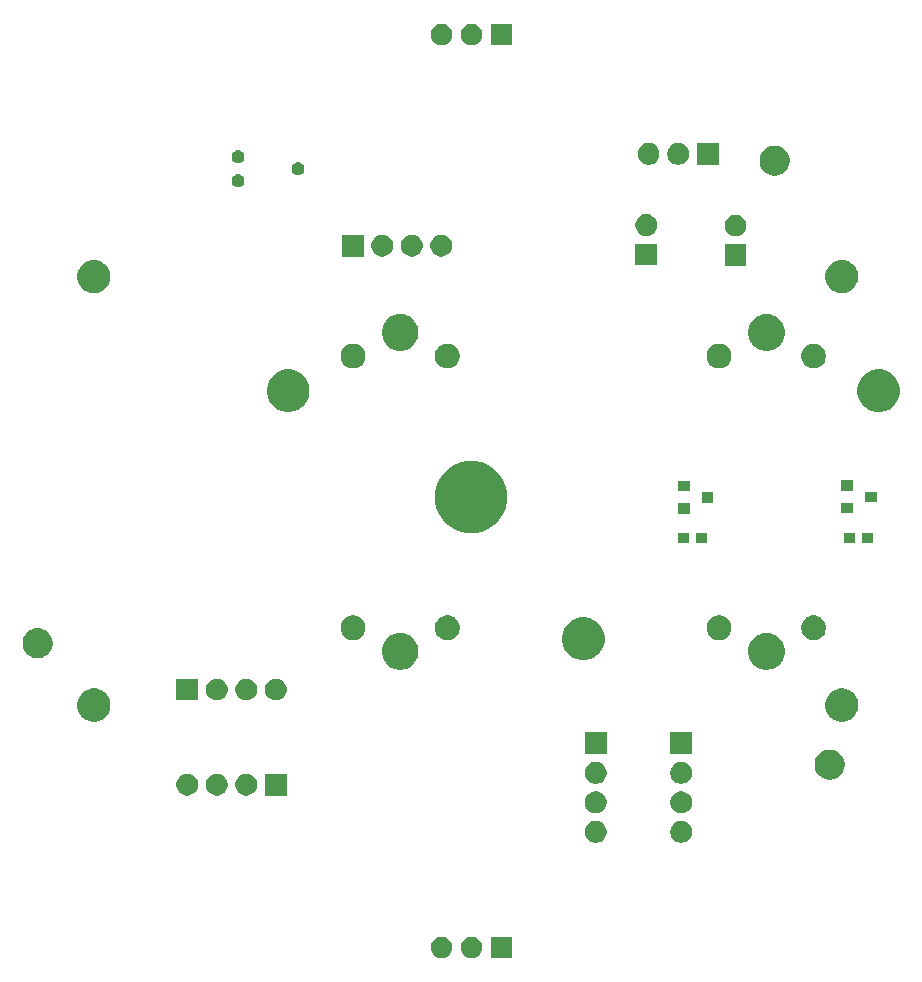
<source format=gbr>
G04 #@! TF.GenerationSoftware,KiCad,Pcbnew,(5.1.5)-3*
G04 #@! TF.CreationDate,2020-06-11T20:41:51+02:00*
G04 #@! TF.ProjectId,StepperClockK02,53746570-7065-4724-936c-6f636b4b3032,v1.0*
G04 #@! TF.SameCoordinates,Original*
G04 #@! TF.FileFunction,Soldermask,Bot*
G04 #@! TF.FilePolarity,Negative*
%FSLAX46Y46*%
G04 Gerber Fmt 4.6, Leading zero omitted, Abs format (unit mm)*
G04 Created by KiCad (PCBNEW (5.1.5)-3) date 2020-06-11 20:41:51*
%MOMM*%
%LPD*%
G04 APERTURE LIST*
%ADD10C,0.100000*%
G04 APERTURE END LIST*
D10*
G36*
X104278800Y-182451740D02*
G01*
X102476800Y-182451740D01*
X102476800Y-180649740D01*
X104278800Y-180649740D01*
X104278800Y-182451740D01*
G37*
G36*
X100951312Y-180654667D02*
G01*
X101100612Y-180684364D01*
X101264584Y-180752284D01*
X101412154Y-180850887D01*
X101537653Y-180976386D01*
X101636256Y-181123956D01*
X101704176Y-181287928D01*
X101738800Y-181461999D01*
X101738800Y-181639481D01*
X101704176Y-181813552D01*
X101636256Y-181977524D01*
X101537653Y-182125094D01*
X101412154Y-182250593D01*
X101264584Y-182349196D01*
X101100612Y-182417116D01*
X100951312Y-182446813D01*
X100926542Y-182451740D01*
X100749058Y-182451740D01*
X100724288Y-182446813D01*
X100574988Y-182417116D01*
X100411016Y-182349196D01*
X100263446Y-182250593D01*
X100137947Y-182125094D01*
X100039344Y-181977524D01*
X99971424Y-181813552D01*
X99936800Y-181639481D01*
X99936800Y-181461999D01*
X99971424Y-181287928D01*
X100039344Y-181123956D01*
X100137947Y-180976386D01*
X100263446Y-180850887D01*
X100411016Y-180752284D01*
X100574988Y-180684364D01*
X100724288Y-180654667D01*
X100749058Y-180649740D01*
X100926542Y-180649740D01*
X100951312Y-180654667D01*
G37*
G36*
X98411312Y-180654667D02*
G01*
X98560612Y-180684364D01*
X98724584Y-180752284D01*
X98872154Y-180850887D01*
X98997653Y-180976386D01*
X99096256Y-181123956D01*
X99164176Y-181287928D01*
X99198800Y-181461999D01*
X99198800Y-181639481D01*
X99164176Y-181813552D01*
X99096256Y-181977524D01*
X98997653Y-182125094D01*
X98872154Y-182250593D01*
X98724584Y-182349196D01*
X98560612Y-182417116D01*
X98411312Y-182446813D01*
X98386542Y-182451740D01*
X98209058Y-182451740D01*
X98184288Y-182446813D01*
X98034988Y-182417116D01*
X97871016Y-182349196D01*
X97723446Y-182250593D01*
X97597947Y-182125094D01*
X97499344Y-181977524D01*
X97431424Y-181813552D01*
X97396800Y-181639481D01*
X97396800Y-181461999D01*
X97431424Y-181287928D01*
X97499344Y-181123956D01*
X97597947Y-180976386D01*
X97723446Y-180850887D01*
X97871016Y-180752284D01*
X98034988Y-180684364D01*
X98184288Y-180654667D01*
X98209058Y-180649740D01*
X98386542Y-180649740D01*
X98411312Y-180654667D01*
G37*
G36*
X111615904Y-170880325D02*
G01*
X111784426Y-170950129D01*
X111936091Y-171051468D01*
X112065072Y-171180449D01*
X112166411Y-171332114D01*
X112236215Y-171500636D01*
X112271800Y-171679537D01*
X112271800Y-171861943D01*
X112236215Y-172040844D01*
X112166411Y-172209366D01*
X112065072Y-172361031D01*
X111936091Y-172490012D01*
X111784426Y-172591351D01*
X111615904Y-172661155D01*
X111437003Y-172696740D01*
X111254597Y-172696740D01*
X111075696Y-172661155D01*
X110907174Y-172591351D01*
X110755509Y-172490012D01*
X110626528Y-172361031D01*
X110525189Y-172209366D01*
X110455385Y-172040844D01*
X110419800Y-171861943D01*
X110419800Y-171679537D01*
X110455385Y-171500636D01*
X110525189Y-171332114D01*
X110626528Y-171180449D01*
X110755509Y-171051468D01*
X110907174Y-170950129D01*
X111075696Y-170880325D01*
X111254597Y-170844740D01*
X111437003Y-170844740D01*
X111615904Y-170880325D01*
G37*
G36*
X118845904Y-170880325D02*
G01*
X119014426Y-170950129D01*
X119166091Y-171051468D01*
X119295072Y-171180449D01*
X119396411Y-171332114D01*
X119466215Y-171500636D01*
X119501800Y-171679537D01*
X119501800Y-171861943D01*
X119466215Y-172040844D01*
X119396411Y-172209366D01*
X119295072Y-172361031D01*
X119166091Y-172490012D01*
X119014426Y-172591351D01*
X118845904Y-172661155D01*
X118667003Y-172696740D01*
X118484597Y-172696740D01*
X118305696Y-172661155D01*
X118137174Y-172591351D01*
X117985509Y-172490012D01*
X117856528Y-172361031D01*
X117755189Y-172209366D01*
X117685385Y-172040844D01*
X117649800Y-171861943D01*
X117649800Y-171679537D01*
X117685385Y-171500636D01*
X117755189Y-171332114D01*
X117856528Y-171180449D01*
X117985509Y-171051468D01*
X118137174Y-170950129D01*
X118305696Y-170880325D01*
X118484597Y-170844740D01*
X118667003Y-170844740D01*
X118845904Y-170880325D01*
G37*
G36*
X118845904Y-168380325D02*
G01*
X119014426Y-168450129D01*
X119166091Y-168551468D01*
X119295072Y-168680449D01*
X119396411Y-168832114D01*
X119466215Y-169000636D01*
X119501800Y-169179537D01*
X119501800Y-169361943D01*
X119466215Y-169540844D01*
X119396411Y-169709366D01*
X119295072Y-169861031D01*
X119166091Y-169990012D01*
X119014426Y-170091351D01*
X118845904Y-170161155D01*
X118667003Y-170196740D01*
X118484597Y-170196740D01*
X118305696Y-170161155D01*
X118137174Y-170091351D01*
X117985509Y-169990012D01*
X117856528Y-169861031D01*
X117755189Y-169709366D01*
X117685385Y-169540844D01*
X117649800Y-169361943D01*
X117649800Y-169179537D01*
X117685385Y-169000636D01*
X117755189Y-168832114D01*
X117856528Y-168680449D01*
X117985509Y-168551468D01*
X118137174Y-168450129D01*
X118305696Y-168380325D01*
X118484597Y-168344740D01*
X118667003Y-168344740D01*
X118845904Y-168380325D01*
G37*
G36*
X111615904Y-168380325D02*
G01*
X111784426Y-168450129D01*
X111936091Y-168551468D01*
X112065072Y-168680449D01*
X112166411Y-168832114D01*
X112236215Y-169000636D01*
X112271800Y-169179537D01*
X112271800Y-169361943D01*
X112236215Y-169540844D01*
X112166411Y-169709366D01*
X112065072Y-169861031D01*
X111936091Y-169990012D01*
X111784426Y-170091351D01*
X111615904Y-170161155D01*
X111437003Y-170196740D01*
X111254597Y-170196740D01*
X111075696Y-170161155D01*
X110907174Y-170091351D01*
X110755509Y-169990012D01*
X110626528Y-169861031D01*
X110525189Y-169709366D01*
X110455385Y-169540844D01*
X110419800Y-169361943D01*
X110419800Y-169179537D01*
X110455385Y-169000636D01*
X110525189Y-168832114D01*
X110626528Y-168680449D01*
X110755509Y-168551468D01*
X110907174Y-168450129D01*
X111075696Y-168380325D01*
X111254597Y-168344740D01*
X111437003Y-168344740D01*
X111615904Y-168380325D01*
G37*
G36*
X82035904Y-166880325D02*
G01*
X82204426Y-166950129D01*
X82356091Y-167051468D01*
X82485072Y-167180449D01*
X82586411Y-167332114D01*
X82656215Y-167500636D01*
X82691800Y-167679537D01*
X82691800Y-167861943D01*
X82656215Y-168040844D01*
X82586411Y-168209366D01*
X82485072Y-168361031D01*
X82356091Y-168490012D01*
X82204426Y-168591351D01*
X82035904Y-168661155D01*
X81857003Y-168696740D01*
X81674597Y-168696740D01*
X81495696Y-168661155D01*
X81327174Y-168591351D01*
X81175509Y-168490012D01*
X81046528Y-168361031D01*
X80945189Y-168209366D01*
X80875385Y-168040844D01*
X80839800Y-167861943D01*
X80839800Y-167679537D01*
X80875385Y-167500636D01*
X80945189Y-167332114D01*
X81046528Y-167180449D01*
X81175509Y-167051468D01*
X81327174Y-166950129D01*
X81495696Y-166880325D01*
X81674597Y-166844740D01*
X81857003Y-166844740D01*
X82035904Y-166880325D01*
G37*
G36*
X79535904Y-166880325D02*
G01*
X79704426Y-166950129D01*
X79856091Y-167051468D01*
X79985072Y-167180449D01*
X80086411Y-167332114D01*
X80156215Y-167500636D01*
X80191800Y-167679537D01*
X80191800Y-167861943D01*
X80156215Y-168040844D01*
X80086411Y-168209366D01*
X79985072Y-168361031D01*
X79856091Y-168490012D01*
X79704426Y-168591351D01*
X79535904Y-168661155D01*
X79357003Y-168696740D01*
X79174597Y-168696740D01*
X78995696Y-168661155D01*
X78827174Y-168591351D01*
X78675509Y-168490012D01*
X78546528Y-168361031D01*
X78445189Y-168209366D01*
X78375385Y-168040844D01*
X78339800Y-167861943D01*
X78339800Y-167679537D01*
X78375385Y-167500636D01*
X78445189Y-167332114D01*
X78546528Y-167180449D01*
X78675509Y-167051468D01*
X78827174Y-166950129D01*
X78995696Y-166880325D01*
X79174597Y-166844740D01*
X79357003Y-166844740D01*
X79535904Y-166880325D01*
G37*
G36*
X77035904Y-166880325D02*
G01*
X77204426Y-166950129D01*
X77356091Y-167051468D01*
X77485072Y-167180449D01*
X77586411Y-167332114D01*
X77656215Y-167500636D01*
X77691800Y-167679537D01*
X77691800Y-167861943D01*
X77656215Y-168040844D01*
X77586411Y-168209366D01*
X77485072Y-168361031D01*
X77356091Y-168490012D01*
X77204426Y-168591351D01*
X77035904Y-168661155D01*
X76857003Y-168696740D01*
X76674597Y-168696740D01*
X76495696Y-168661155D01*
X76327174Y-168591351D01*
X76175509Y-168490012D01*
X76046528Y-168361031D01*
X75945189Y-168209366D01*
X75875385Y-168040844D01*
X75839800Y-167861943D01*
X75839800Y-167679537D01*
X75875385Y-167500636D01*
X75945189Y-167332114D01*
X76046528Y-167180449D01*
X76175509Y-167051468D01*
X76327174Y-166950129D01*
X76495696Y-166880325D01*
X76674597Y-166844740D01*
X76857003Y-166844740D01*
X77035904Y-166880325D01*
G37*
G36*
X85191800Y-168696740D02*
G01*
X83339800Y-168696740D01*
X83339800Y-166844740D01*
X85191800Y-166844740D01*
X85191800Y-168696740D01*
G37*
G36*
X111615904Y-165880325D02*
G01*
X111784426Y-165950129D01*
X111936091Y-166051468D01*
X112065072Y-166180449D01*
X112166411Y-166332114D01*
X112236215Y-166500636D01*
X112271800Y-166679537D01*
X112271800Y-166861943D01*
X112236215Y-167040844D01*
X112166411Y-167209366D01*
X112065072Y-167361031D01*
X111936091Y-167490012D01*
X111784426Y-167591351D01*
X111615904Y-167661155D01*
X111437003Y-167696740D01*
X111254597Y-167696740D01*
X111075696Y-167661155D01*
X110907174Y-167591351D01*
X110755509Y-167490012D01*
X110626528Y-167361031D01*
X110525189Y-167209366D01*
X110455385Y-167040844D01*
X110419800Y-166861943D01*
X110419800Y-166679537D01*
X110455385Y-166500636D01*
X110525189Y-166332114D01*
X110626528Y-166180449D01*
X110755509Y-166051468D01*
X110907174Y-165950129D01*
X111075696Y-165880325D01*
X111254597Y-165844740D01*
X111437003Y-165844740D01*
X111615904Y-165880325D01*
G37*
G36*
X118845904Y-165880325D02*
G01*
X119014426Y-165950129D01*
X119166091Y-166051468D01*
X119295072Y-166180449D01*
X119396411Y-166332114D01*
X119466215Y-166500636D01*
X119501800Y-166679537D01*
X119501800Y-166861943D01*
X119466215Y-167040844D01*
X119396411Y-167209366D01*
X119295072Y-167361031D01*
X119166091Y-167490012D01*
X119014426Y-167591351D01*
X118845904Y-167661155D01*
X118667003Y-167696740D01*
X118484597Y-167696740D01*
X118305696Y-167661155D01*
X118137174Y-167591351D01*
X117985509Y-167490012D01*
X117856528Y-167361031D01*
X117755189Y-167209366D01*
X117685385Y-167040844D01*
X117649800Y-166861943D01*
X117649800Y-166679537D01*
X117685385Y-166500636D01*
X117755189Y-166332114D01*
X117856528Y-166180449D01*
X117985509Y-166051468D01*
X118137174Y-165950129D01*
X118305696Y-165880325D01*
X118484597Y-165844740D01*
X118667003Y-165844740D01*
X118845904Y-165880325D01*
G37*
G36*
X131413565Y-164825143D02*
G01*
X131536245Y-164849545D01*
X131767371Y-164945281D01*
X131975378Y-165084267D01*
X132152273Y-165261162D01*
X132291259Y-165469169D01*
X132386995Y-165700295D01*
X132435800Y-165945656D01*
X132435800Y-166195824D01*
X132386995Y-166441185D01*
X132291259Y-166672311D01*
X132221295Y-166777019D01*
X132176046Y-166844740D01*
X132152273Y-166880318D01*
X131975378Y-167057213D01*
X131767371Y-167196199D01*
X131536245Y-167291935D01*
X131413564Y-167316338D01*
X131290885Y-167340740D01*
X131040715Y-167340740D01*
X130918036Y-167316338D01*
X130795355Y-167291935D01*
X130564229Y-167196199D01*
X130356222Y-167057213D01*
X130179327Y-166880318D01*
X130155555Y-166844740D01*
X130110305Y-166777019D01*
X130040341Y-166672311D01*
X129944605Y-166441185D01*
X129895800Y-166195824D01*
X129895800Y-165945656D01*
X129944605Y-165700295D01*
X130040341Y-165469169D01*
X130179327Y-165261162D01*
X130356222Y-165084267D01*
X130564229Y-164945281D01*
X130795355Y-164849545D01*
X130918035Y-164825143D01*
X131040715Y-164800740D01*
X131290885Y-164800740D01*
X131413565Y-164825143D01*
G37*
G36*
X112271800Y-165196740D02*
G01*
X110419800Y-165196740D01*
X110419800Y-163344740D01*
X112271800Y-163344740D01*
X112271800Y-165196740D01*
G37*
G36*
X119501800Y-165196740D02*
G01*
X117649800Y-165196740D01*
X117649800Y-163344740D01*
X119501800Y-163344740D01*
X119501800Y-165196740D01*
G37*
G36*
X132504233Y-159665633D02*
G01*
X132594457Y-159683579D01*
X132700067Y-159727325D01*
X132849421Y-159789189D01*
X132925563Y-159840065D01*
X133078886Y-159942512D01*
X133274028Y-160137654D01*
X133288535Y-160159366D01*
X133427351Y-160367119D01*
X133457544Y-160440011D01*
X133532961Y-160622083D01*
X133550907Y-160712307D01*
X133586800Y-160892752D01*
X133586800Y-161168728D01*
X133532961Y-161439396D01*
X133427351Y-161694361D01*
X133427350Y-161694362D01*
X133274028Y-161923826D01*
X133078886Y-162118968D01*
X132925563Y-162221415D01*
X132849421Y-162272291D01*
X132700067Y-162334155D01*
X132594457Y-162377901D01*
X132504233Y-162395847D01*
X132323788Y-162431740D01*
X132047812Y-162431740D01*
X131867367Y-162395847D01*
X131777143Y-162377901D01*
X131671533Y-162334155D01*
X131522179Y-162272291D01*
X131446037Y-162221415D01*
X131292714Y-162118968D01*
X131097572Y-161923826D01*
X130944250Y-161694362D01*
X130944249Y-161694361D01*
X130838639Y-161439396D01*
X130784800Y-161168728D01*
X130784800Y-160892752D01*
X130820693Y-160712307D01*
X130838639Y-160622083D01*
X130914056Y-160440011D01*
X130944249Y-160367119D01*
X131083065Y-160159366D01*
X131097572Y-160137654D01*
X131292714Y-159942512D01*
X131446037Y-159840065D01*
X131522179Y-159789189D01*
X131671533Y-159727325D01*
X131777143Y-159683579D01*
X131867367Y-159665633D01*
X132047812Y-159629740D01*
X132323788Y-159629740D01*
X132504233Y-159665633D01*
G37*
G36*
X69184233Y-159665633D02*
G01*
X69274457Y-159683579D01*
X69380067Y-159727325D01*
X69529421Y-159789189D01*
X69605563Y-159840065D01*
X69758886Y-159942512D01*
X69954028Y-160137654D01*
X69968535Y-160159366D01*
X70107351Y-160367119D01*
X70137544Y-160440011D01*
X70212961Y-160622083D01*
X70230907Y-160712307D01*
X70266800Y-160892752D01*
X70266800Y-161168728D01*
X70212961Y-161439396D01*
X70107351Y-161694361D01*
X70107350Y-161694362D01*
X69954028Y-161923826D01*
X69758886Y-162118968D01*
X69605563Y-162221415D01*
X69529421Y-162272291D01*
X69380067Y-162334155D01*
X69274457Y-162377901D01*
X69184233Y-162395847D01*
X69003788Y-162431740D01*
X68727812Y-162431740D01*
X68547367Y-162395847D01*
X68457143Y-162377901D01*
X68351533Y-162334155D01*
X68202179Y-162272291D01*
X68126037Y-162221415D01*
X67972714Y-162118968D01*
X67777572Y-161923826D01*
X67624250Y-161694362D01*
X67624249Y-161694361D01*
X67518639Y-161439396D01*
X67464800Y-161168728D01*
X67464800Y-160892752D01*
X67500693Y-160712307D01*
X67518639Y-160622083D01*
X67594056Y-160440011D01*
X67624249Y-160367119D01*
X67763065Y-160159366D01*
X67777572Y-160137654D01*
X67972714Y-159942512D01*
X68126037Y-159840065D01*
X68202179Y-159789189D01*
X68351533Y-159727325D01*
X68457143Y-159683579D01*
X68547367Y-159665633D01*
X68727812Y-159629740D01*
X69003788Y-159629740D01*
X69184233Y-159665633D01*
G37*
G36*
X84535904Y-158830325D02*
G01*
X84704426Y-158900129D01*
X84856091Y-159001468D01*
X84985072Y-159130449D01*
X85086411Y-159282114D01*
X85156215Y-159450636D01*
X85191800Y-159629537D01*
X85191800Y-159811943D01*
X85156215Y-159990844D01*
X85086411Y-160159366D01*
X84985072Y-160311031D01*
X84856091Y-160440012D01*
X84704426Y-160541351D01*
X84535904Y-160611155D01*
X84357003Y-160646740D01*
X84174597Y-160646740D01*
X83995696Y-160611155D01*
X83827174Y-160541351D01*
X83675509Y-160440012D01*
X83546528Y-160311031D01*
X83445189Y-160159366D01*
X83375385Y-159990844D01*
X83339800Y-159811943D01*
X83339800Y-159629537D01*
X83375385Y-159450636D01*
X83445189Y-159282114D01*
X83546528Y-159130449D01*
X83675509Y-159001468D01*
X83827174Y-158900129D01*
X83995696Y-158830325D01*
X84174597Y-158794740D01*
X84357003Y-158794740D01*
X84535904Y-158830325D01*
G37*
G36*
X77691800Y-160646740D02*
G01*
X75839800Y-160646740D01*
X75839800Y-158794740D01*
X77691800Y-158794740D01*
X77691800Y-160646740D01*
G37*
G36*
X79535904Y-158830325D02*
G01*
X79704426Y-158900129D01*
X79856091Y-159001468D01*
X79985072Y-159130449D01*
X80086411Y-159282114D01*
X80156215Y-159450636D01*
X80191800Y-159629537D01*
X80191800Y-159811943D01*
X80156215Y-159990844D01*
X80086411Y-160159366D01*
X79985072Y-160311031D01*
X79856091Y-160440012D01*
X79704426Y-160541351D01*
X79535904Y-160611155D01*
X79357003Y-160646740D01*
X79174597Y-160646740D01*
X78995696Y-160611155D01*
X78827174Y-160541351D01*
X78675509Y-160440012D01*
X78546528Y-160311031D01*
X78445189Y-160159366D01*
X78375385Y-159990844D01*
X78339800Y-159811943D01*
X78339800Y-159629537D01*
X78375385Y-159450636D01*
X78445189Y-159282114D01*
X78546528Y-159130449D01*
X78675509Y-159001468D01*
X78827174Y-158900129D01*
X78995696Y-158830325D01*
X79174597Y-158794740D01*
X79357003Y-158794740D01*
X79535904Y-158830325D01*
G37*
G36*
X82035904Y-158830325D02*
G01*
X82204426Y-158900129D01*
X82356091Y-159001468D01*
X82485072Y-159130449D01*
X82586411Y-159282114D01*
X82656215Y-159450636D01*
X82691800Y-159629537D01*
X82691800Y-159811943D01*
X82656215Y-159990844D01*
X82586411Y-160159366D01*
X82485072Y-160311031D01*
X82356091Y-160440012D01*
X82204426Y-160541351D01*
X82035904Y-160611155D01*
X81857003Y-160646740D01*
X81674597Y-160646740D01*
X81495696Y-160611155D01*
X81327174Y-160541351D01*
X81175509Y-160440012D01*
X81046528Y-160311031D01*
X80945189Y-160159366D01*
X80875385Y-159990844D01*
X80839800Y-159811943D01*
X80839800Y-159629537D01*
X80875385Y-159450636D01*
X80945189Y-159282114D01*
X81046528Y-159130449D01*
X81175509Y-159001468D01*
X81327174Y-158900129D01*
X81495696Y-158830325D01*
X81674597Y-158794740D01*
X81857003Y-158794740D01*
X82035904Y-158830325D01*
G37*
G36*
X95098385Y-154959542D02*
G01*
X95248210Y-154989344D01*
X95530474Y-155106261D01*
X95784505Y-155275999D01*
X96000541Y-155492035D01*
X96170279Y-155746066D01*
X96287196Y-156028330D01*
X96346800Y-156327980D01*
X96346800Y-156633500D01*
X96287196Y-156933150D01*
X96170279Y-157215414D01*
X96000541Y-157469445D01*
X95784505Y-157685481D01*
X95530474Y-157855219D01*
X95248210Y-157972136D01*
X95098385Y-158001938D01*
X94948561Y-158031740D01*
X94643039Y-158031740D01*
X94493215Y-158001938D01*
X94343390Y-157972136D01*
X94061126Y-157855219D01*
X93807095Y-157685481D01*
X93591059Y-157469445D01*
X93421321Y-157215414D01*
X93304404Y-156933150D01*
X93244800Y-156633500D01*
X93244800Y-156327980D01*
X93304404Y-156028330D01*
X93421321Y-155746066D01*
X93591059Y-155492035D01*
X93807095Y-155275999D01*
X94061126Y-155106261D01*
X94343390Y-154989344D01*
X94493215Y-154959542D01*
X94643039Y-154929740D01*
X94948561Y-154929740D01*
X95098385Y-154959542D01*
G37*
G36*
X126098385Y-154959542D02*
G01*
X126248210Y-154989344D01*
X126530474Y-155106261D01*
X126784505Y-155275999D01*
X127000541Y-155492035D01*
X127170279Y-155746066D01*
X127287196Y-156028330D01*
X127346800Y-156327980D01*
X127346800Y-156633500D01*
X127287196Y-156933150D01*
X127170279Y-157215414D01*
X127000541Y-157469445D01*
X126784505Y-157685481D01*
X126530474Y-157855219D01*
X126248210Y-157972136D01*
X126098385Y-158001938D01*
X125948561Y-158031740D01*
X125643039Y-158031740D01*
X125493215Y-158001938D01*
X125343390Y-157972136D01*
X125061126Y-157855219D01*
X124807095Y-157685481D01*
X124591059Y-157469445D01*
X124421321Y-157215414D01*
X124304404Y-156933150D01*
X124244800Y-156633500D01*
X124244800Y-156327980D01*
X124304404Y-156028330D01*
X124421321Y-155746066D01*
X124591059Y-155492035D01*
X124807095Y-155275999D01*
X125061126Y-155106261D01*
X125343390Y-154989344D01*
X125493215Y-154959542D01*
X125643039Y-154929740D01*
X125948561Y-154929740D01*
X126098385Y-154959542D01*
G37*
G36*
X110831131Y-153688951D02*
G01*
X111158892Y-153824714D01*
X111453870Y-154021812D01*
X111704728Y-154272670D01*
X111901826Y-154567648D01*
X112037589Y-154895409D01*
X112106800Y-155243356D01*
X112106800Y-155598124D01*
X112037589Y-155946071D01*
X111901826Y-156273832D01*
X111704728Y-156568810D01*
X111453870Y-156819668D01*
X111158892Y-157016766D01*
X110831131Y-157152529D01*
X110483184Y-157221740D01*
X110128416Y-157221740D01*
X109780469Y-157152529D01*
X109452708Y-157016766D01*
X109157730Y-156819668D01*
X108906872Y-156568810D01*
X108709774Y-156273832D01*
X108574011Y-155946071D01*
X108504800Y-155598124D01*
X108504800Y-155243356D01*
X108574011Y-154895409D01*
X108709774Y-154567648D01*
X108906872Y-154272670D01*
X109157730Y-154021812D01*
X109452708Y-153824714D01*
X109780469Y-153688951D01*
X110128416Y-153619740D01*
X110483184Y-153619740D01*
X110831131Y-153688951D01*
G37*
G36*
X64343564Y-154545142D02*
G01*
X64466245Y-154569545D01*
X64697371Y-154665281D01*
X64905378Y-154804267D01*
X65082273Y-154981162D01*
X65221259Y-155189169D01*
X65316995Y-155420295D01*
X65365800Y-155665656D01*
X65365800Y-155915824D01*
X65316995Y-156161185D01*
X65221259Y-156392311D01*
X65082273Y-156600318D01*
X64905378Y-156777213D01*
X64697371Y-156916199D01*
X64466245Y-157011935D01*
X64343565Y-157036337D01*
X64220885Y-157060740D01*
X63970715Y-157060740D01*
X63848035Y-157036337D01*
X63725355Y-157011935D01*
X63494229Y-156916199D01*
X63286222Y-156777213D01*
X63109327Y-156600318D01*
X62970341Y-156392311D01*
X62874605Y-156161185D01*
X62825800Y-155915824D01*
X62825800Y-155665656D01*
X62874605Y-155420295D01*
X62970341Y-155189169D01*
X63109327Y-154981162D01*
X63286222Y-154804267D01*
X63494229Y-154665281D01*
X63725355Y-154569545D01*
X63848036Y-154545142D01*
X63970715Y-154520740D01*
X64220885Y-154520740D01*
X64343564Y-154545142D01*
G37*
G36*
X122102364Y-153470129D02*
G01*
X122293633Y-153549355D01*
X122293635Y-153549356D01*
X122398972Y-153619740D01*
X122465773Y-153664375D01*
X122612165Y-153810767D01*
X122727185Y-153982907D01*
X122806411Y-154174176D01*
X122846800Y-154377224D01*
X122846800Y-154584256D01*
X122806411Y-154787304D01*
X122747412Y-154929740D01*
X122727184Y-154978575D01*
X122612165Y-155150713D01*
X122465773Y-155297105D01*
X122293635Y-155412124D01*
X122293634Y-155412125D01*
X122293633Y-155412125D01*
X122102364Y-155491351D01*
X121899316Y-155531740D01*
X121692284Y-155531740D01*
X121489236Y-155491351D01*
X121297967Y-155412125D01*
X121297966Y-155412125D01*
X121297965Y-155412124D01*
X121125827Y-155297105D01*
X120979435Y-155150713D01*
X120864416Y-154978575D01*
X120844188Y-154929740D01*
X120785189Y-154787304D01*
X120744800Y-154584256D01*
X120744800Y-154377224D01*
X120785189Y-154174176D01*
X120864415Y-153982907D01*
X120979435Y-153810767D01*
X121125827Y-153664375D01*
X121192628Y-153619740D01*
X121297965Y-153549356D01*
X121297967Y-153549355D01*
X121489236Y-153470129D01*
X121692284Y-153429740D01*
X121899316Y-153429740D01*
X122102364Y-153470129D01*
G37*
G36*
X130102364Y-153470129D02*
G01*
X130293633Y-153549355D01*
X130293635Y-153549356D01*
X130398972Y-153619740D01*
X130465773Y-153664375D01*
X130612165Y-153810767D01*
X130727185Y-153982907D01*
X130806411Y-154174176D01*
X130846800Y-154377224D01*
X130846800Y-154584256D01*
X130806411Y-154787304D01*
X130747412Y-154929740D01*
X130727184Y-154978575D01*
X130612165Y-155150713D01*
X130465773Y-155297105D01*
X130293635Y-155412124D01*
X130293634Y-155412125D01*
X130293633Y-155412125D01*
X130102364Y-155491351D01*
X129899316Y-155531740D01*
X129692284Y-155531740D01*
X129489236Y-155491351D01*
X129297967Y-155412125D01*
X129297966Y-155412125D01*
X129297965Y-155412124D01*
X129125827Y-155297105D01*
X128979435Y-155150713D01*
X128864416Y-154978575D01*
X128844188Y-154929740D01*
X128785189Y-154787304D01*
X128744800Y-154584256D01*
X128744800Y-154377224D01*
X128785189Y-154174176D01*
X128864415Y-153982907D01*
X128979435Y-153810767D01*
X129125827Y-153664375D01*
X129192628Y-153619740D01*
X129297965Y-153549356D01*
X129297967Y-153549355D01*
X129489236Y-153470129D01*
X129692284Y-153429740D01*
X129899316Y-153429740D01*
X130102364Y-153470129D01*
G37*
G36*
X99102364Y-153470129D02*
G01*
X99293633Y-153549355D01*
X99293635Y-153549356D01*
X99398972Y-153619740D01*
X99465773Y-153664375D01*
X99612165Y-153810767D01*
X99727185Y-153982907D01*
X99806411Y-154174176D01*
X99846800Y-154377224D01*
X99846800Y-154584256D01*
X99806411Y-154787304D01*
X99747412Y-154929740D01*
X99727184Y-154978575D01*
X99612165Y-155150713D01*
X99465773Y-155297105D01*
X99293635Y-155412124D01*
X99293634Y-155412125D01*
X99293633Y-155412125D01*
X99102364Y-155491351D01*
X98899316Y-155531740D01*
X98692284Y-155531740D01*
X98489236Y-155491351D01*
X98297967Y-155412125D01*
X98297966Y-155412125D01*
X98297965Y-155412124D01*
X98125827Y-155297105D01*
X97979435Y-155150713D01*
X97864416Y-154978575D01*
X97844188Y-154929740D01*
X97785189Y-154787304D01*
X97744800Y-154584256D01*
X97744800Y-154377224D01*
X97785189Y-154174176D01*
X97864415Y-153982907D01*
X97979435Y-153810767D01*
X98125827Y-153664375D01*
X98192628Y-153619740D01*
X98297965Y-153549356D01*
X98297967Y-153549355D01*
X98489236Y-153470129D01*
X98692284Y-153429740D01*
X98899316Y-153429740D01*
X99102364Y-153470129D01*
G37*
G36*
X91102364Y-153470129D02*
G01*
X91293633Y-153549355D01*
X91293635Y-153549356D01*
X91398972Y-153619740D01*
X91465773Y-153664375D01*
X91612165Y-153810767D01*
X91727185Y-153982907D01*
X91806411Y-154174176D01*
X91846800Y-154377224D01*
X91846800Y-154584256D01*
X91806411Y-154787304D01*
X91747412Y-154929740D01*
X91727184Y-154978575D01*
X91612165Y-155150713D01*
X91465773Y-155297105D01*
X91293635Y-155412124D01*
X91293634Y-155412125D01*
X91293633Y-155412125D01*
X91102364Y-155491351D01*
X90899316Y-155531740D01*
X90692284Y-155531740D01*
X90489236Y-155491351D01*
X90297967Y-155412125D01*
X90297966Y-155412125D01*
X90297965Y-155412124D01*
X90125827Y-155297105D01*
X89979435Y-155150713D01*
X89864416Y-154978575D01*
X89844188Y-154929740D01*
X89785189Y-154787304D01*
X89744800Y-154584256D01*
X89744800Y-154377224D01*
X89785189Y-154174176D01*
X89864415Y-153982907D01*
X89979435Y-153810767D01*
X90125827Y-153664375D01*
X90192628Y-153619740D01*
X90297965Y-153549356D01*
X90297967Y-153549355D01*
X90489236Y-153470129D01*
X90692284Y-153429740D01*
X90899316Y-153429740D01*
X91102364Y-153470129D01*
G37*
G36*
X120756800Y-147286740D02*
G01*
X119854800Y-147286740D01*
X119854800Y-146434740D01*
X120756800Y-146434740D01*
X120756800Y-147286740D01*
G37*
G36*
X119256800Y-147286740D02*
G01*
X118354800Y-147286740D01*
X118354800Y-146434740D01*
X119256800Y-146434740D01*
X119256800Y-147286740D01*
G37*
G36*
X134796800Y-147286740D02*
G01*
X133894800Y-147286740D01*
X133894800Y-146434740D01*
X134796800Y-146434740D01*
X134796800Y-147286740D01*
G37*
G36*
X133296800Y-147286740D02*
G01*
X132394800Y-147286740D01*
X132394800Y-146434740D01*
X133296800Y-146434740D01*
X133296800Y-147286740D01*
G37*
G36*
X101685743Y-140486988D02*
G01*
X102240989Y-140716978D01*
X102240990Y-140716979D01*
X102740699Y-141050874D01*
X103165666Y-141475841D01*
X103165667Y-141475843D01*
X103499562Y-141975551D01*
X103729552Y-142530797D01*
X103846800Y-143120241D01*
X103846800Y-143721239D01*
X103729552Y-144310683D01*
X103499562Y-144865929D01*
X103499561Y-144865930D01*
X103165666Y-145365639D01*
X102740699Y-145790606D01*
X102489147Y-145958688D01*
X102240989Y-146124502D01*
X101685743Y-146354492D01*
X101096299Y-146471740D01*
X100495301Y-146471740D01*
X99905857Y-146354492D01*
X99350611Y-146124502D01*
X99102453Y-145958688D01*
X98850901Y-145790606D01*
X98425934Y-145365639D01*
X98092039Y-144865930D01*
X98092038Y-144865929D01*
X97862048Y-144310683D01*
X97744800Y-143721239D01*
X97744800Y-143120241D01*
X97862048Y-142530797D01*
X98092038Y-141975551D01*
X98425933Y-141475843D01*
X98425934Y-141475841D01*
X98850901Y-141050874D01*
X99350610Y-140716979D01*
X99350611Y-140716978D01*
X99905857Y-140486988D01*
X100495301Y-140369740D01*
X101096299Y-140369740D01*
X101685743Y-140486988D01*
G37*
G36*
X119316800Y-144851740D02*
G01*
X118314800Y-144851740D01*
X118314800Y-143949740D01*
X119316800Y-143949740D01*
X119316800Y-144851740D01*
G37*
G36*
X133136800Y-144811740D02*
G01*
X132134800Y-144811740D01*
X132134800Y-143909740D01*
X133136800Y-143909740D01*
X133136800Y-144811740D01*
G37*
G36*
X121316800Y-143901740D02*
G01*
X120314800Y-143901740D01*
X120314800Y-142999740D01*
X121316800Y-142999740D01*
X121316800Y-143901740D01*
G37*
G36*
X135136800Y-143861740D02*
G01*
X134134800Y-143861740D01*
X134134800Y-142959740D01*
X135136800Y-142959740D01*
X135136800Y-143861740D01*
G37*
G36*
X119316800Y-142951740D02*
G01*
X118314800Y-142951740D01*
X118314800Y-142049740D01*
X119316800Y-142049740D01*
X119316800Y-142951740D01*
G37*
G36*
X133136800Y-142911740D02*
G01*
X132134800Y-142911740D01*
X132134800Y-142009740D01*
X133136800Y-142009740D01*
X133136800Y-142911740D01*
G37*
G36*
X135831131Y-132688951D02*
G01*
X136158892Y-132824714D01*
X136453870Y-133021812D01*
X136704728Y-133272670D01*
X136901826Y-133567648D01*
X137037589Y-133895409D01*
X137106800Y-134243356D01*
X137106800Y-134598124D01*
X137037589Y-134946071D01*
X136901826Y-135273832D01*
X136704728Y-135568810D01*
X136453870Y-135819668D01*
X136158892Y-136016766D01*
X135831131Y-136152529D01*
X135483184Y-136221740D01*
X135128416Y-136221740D01*
X134780469Y-136152529D01*
X134452708Y-136016766D01*
X134157730Y-135819668D01*
X133906872Y-135568810D01*
X133709774Y-135273832D01*
X133574011Y-134946071D01*
X133504800Y-134598124D01*
X133504800Y-134243356D01*
X133574011Y-133895409D01*
X133709774Y-133567648D01*
X133906872Y-133272670D01*
X134157730Y-133021812D01*
X134452708Y-132824714D01*
X134780469Y-132688951D01*
X135128416Y-132619740D01*
X135483184Y-132619740D01*
X135831131Y-132688951D01*
G37*
G36*
X85831131Y-132688951D02*
G01*
X86158892Y-132824714D01*
X86453870Y-133021812D01*
X86704728Y-133272670D01*
X86901826Y-133567648D01*
X87037589Y-133895409D01*
X87106800Y-134243356D01*
X87106800Y-134598124D01*
X87037589Y-134946071D01*
X86901826Y-135273832D01*
X86704728Y-135568810D01*
X86453870Y-135819668D01*
X86158892Y-136016766D01*
X85831131Y-136152529D01*
X85483184Y-136221740D01*
X85128416Y-136221740D01*
X84780469Y-136152529D01*
X84452708Y-136016766D01*
X84157730Y-135819668D01*
X83906872Y-135568810D01*
X83709774Y-135273832D01*
X83574011Y-134946071D01*
X83504800Y-134598124D01*
X83504800Y-134243356D01*
X83574011Y-133895409D01*
X83709774Y-133567648D01*
X83906872Y-133272670D01*
X84157730Y-133021812D01*
X84452708Y-132824714D01*
X84780469Y-132688951D01*
X85128416Y-132619740D01*
X85483184Y-132619740D01*
X85831131Y-132688951D01*
G37*
G36*
X130102364Y-130470129D02*
G01*
X130293633Y-130549355D01*
X130293635Y-130549356D01*
X130465773Y-130664375D01*
X130612165Y-130810767D01*
X130727185Y-130982907D01*
X130806411Y-131174176D01*
X130846800Y-131377224D01*
X130846800Y-131584256D01*
X130806411Y-131787304D01*
X130727185Y-131978573D01*
X130727184Y-131978575D01*
X130612165Y-132150713D01*
X130465773Y-132297105D01*
X130293635Y-132412124D01*
X130293634Y-132412125D01*
X130293633Y-132412125D01*
X130102364Y-132491351D01*
X129899316Y-132531740D01*
X129692284Y-132531740D01*
X129489236Y-132491351D01*
X129297967Y-132412125D01*
X129297966Y-132412125D01*
X129297965Y-132412124D01*
X129125827Y-132297105D01*
X128979435Y-132150713D01*
X128864416Y-131978575D01*
X128864415Y-131978573D01*
X128785189Y-131787304D01*
X128744800Y-131584256D01*
X128744800Y-131377224D01*
X128785189Y-131174176D01*
X128864415Y-130982907D01*
X128979435Y-130810767D01*
X129125827Y-130664375D01*
X129297965Y-130549356D01*
X129297967Y-130549355D01*
X129489236Y-130470129D01*
X129692284Y-130429740D01*
X129899316Y-130429740D01*
X130102364Y-130470129D01*
G37*
G36*
X91102364Y-130470129D02*
G01*
X91293633Y-130549355D01*
X91293635Y-130549356D01*
X91465773Y-130664375D01*
X91612165Y-130810767D01*
X91727185Y-130982907D01*
X91806411Y-131174176D01*
X91846800Y-131377224D01*
X91846800Y-131584256D01*
X91806411Y-131787304D01*
X91727185Y-131978573D01*
X91727184Y-131978575D01*
X91612165Y-132150713D01*
X91465773Y-132297105D01*
X91293635Y-132412124D01*
X91293634Y-132412125D01*
X91293633Y-132412125D01*
X91102364Y-132491351D01*
X90899316Y-132531740D01*
X90692284Y-132531740D01*
X90489236Y-132491351D01*
X90297967Y-132412125D01*
X90297966Y-132412125D01*
X90297965Y-132412124D01*
X90125827Y-132297105D01*
X89979435Y-132150713D01*
X89864416Y-131978575D01*
X89864415Y-131978573D01*
X89785189Y-131787304D01*
X89744800Y-131584256D01*
X89744800Y-131377224D01*
X89785189Y-131174176D01*
X89864415Y-130982907D01*
X89979435Y-130810767D01*
X90125827Y-130664375D01*
X90297965Y-130549356D01*
X90297967Y-130549355D01*
X90489236Y-130470129D01*
X90692284Y-130429740D01*
X90899316Y-130429740D01*
X91102364Y-130470129D01*
G37*
G36*
X122102364Y-130470129D02*
G01*
X122293633Y-130549355D01*
X122293635Y-130549356D01*
X122465773Y-130664375D01*
X122612165Y-130810767D01*
X122727185Y-130982907D01*
X122806411Y-131174176D01*
X122846800Y-131377224D01*
X122846800Y-131584256D01*
X122806411Y-131787304D01*
X122727185Y-131978573D01*
X122727184Y-131978575D01*
X122612165Y-132150713D01*
X122465773Y-132297105D01*
X122293635Y-132412124D01*
X122293634Y-132412125D01*
X122293633Y-132412125D01*
X122102364Y-132491351D01*
X121899316Y-132531740D01*
X121692284Y-132531740D01*
X121489236Y-132491351D01*
X121297967Y-132412125D01*
X121297966Y-132412125D01*
X121297965Y-132412124D01*
X121125827Y-132297105D01*
X120979435Y-132150713D01*
X120864416Y-131978575D01*
X120864415Y-131978573D01*
X120785189Y-131787304D01*
X120744800Y-131584256D01*
X120744800Y-131377224D01*
X120785189Y-131174176D01*
X120864415Y-130982907D01*
X120979435Y-130810767D01*
X121125827Y-130664375D01*
X121297965Y-130549356D01*
X121297967Y-130549355D01*
X121489236Y-130470129D01*
X121692284Y-130429740D01*
X121899316Y-130429740D01*
X122102364Y-130470129D01*
G37*
G36*
X99102364Y-130470129D02*
G01*
X99293633Y-130549355D01*
X99293635Y-130549356D01*
X99465773Y-130664375D01*
X99612165Y-130810767D01*
X99727185Y-130982907D01*
X99806411Y-131174176D01*
X99846800Y-131377224D01*
X99846800Y-131584256D01*
X99806411Y-131787304D01*
X99727185Y-131978573D01*
X99727184Y-131978575D01*
X99612165Y-132150713D01*
X99465773Y-132297105D01*
X99293635Y-132412124D01*
X99293634Y-132412125D01*
X99293633Y-132412125D01*
X99102364Y-132491351D01*
X98899316Y-132531740D01*
X98692284Y-132531740D01*
X98489236Y-132491351D01*
X98297967Y-132412125D01*
X98297966Y-132412125D01*
X98297965Y-132412124D01*
X98125827Y-132297105D01*
X97979435Y-132150713D01*
X97864416Y-131978575D01*
X97864415Y-131978573D01*
X97785189Y-131787304D01*
X97744800Y-131584256D01*
X97744800Y-131377224D01*
X97785189Y-131174176D01*
X97864415Y-130982907D01*
X97979435Y-130810767D01*
X98125827Y-130664375D01*
X98297965Y-130549356D01*
X98297967Y-130549355D01*
X98489236Y-130470129D01*
X98692284Y-130429740D01*
X98899316Y-130429740D01*
X99102364Y-130470129D01*
G37*
G36*
X95098385Y-127959542D02*
G01*
X95248210Y-127989344D01*
X95530474Y-128106261D01*
X95784505Y-128275999D01*
X96000541Y-128492035D01*
X96170279Y-128746066D01*
X96287196Y-129028330D01*
X96346800Y-129327980D01*
X96346800Y-129633500D01*
X96287196Y-129933150D01*
X96170279Y-130215414D01*
X96000541Y-130469445D01*
X95784505Y-130685481D01*
X95530474Y-130855219D01*
X95248210Y-130972136D01*
X95194070Y-130982905D01*
X94948561Y-131031740D01*
X94643039Y-131031740D01*
X94397530Y-130982905D01*
X94343390Y-130972136D01*
X94061126Y-130855219D01*
X93807095Y-130685481D01*
X93591059Y-130469445D01*
X93421321Y-130215414D01*
X93304404Y-129933150D01*
X93244800Y-129633500D01*
X93244800Y-129327980D01*
X93304404Y-129028330D01*
X93421321Y-128746066D01*
X93591059Y-128492035D01*
X93807095Y-128275999D01*
X94061126Y-128106261D01*
X94343390Y-127989344D01*
X94493215Y-127959542D01*
X94643039Y-127929740D01*
X94948561Y-127929740D01*
X95098385Y-127959542D01*
G37*
G36*
X126098385Y-127959542D02*
G01*
X126248210Y-127989344D01*
X126530474Y-128106261D01*
X126784505Y-128275999D01*
X127000541Y-128492035D01*
X127170279Y-128746066D01*
X127287196Y-129028330D01*
X127346800Y-129327980D01*
X127346800Y-129633500D01*
X127287196Y-129933150D01*
X127170279Y-130215414D01*
X127000541Y-130469445D01*
X126784505Y-130685481D01*
X126530474Y-130855219D01*
X126248210Y-130972136D01*
X126194070Y-130982905D01*
X125948561Y-131031740D01*
X125643039Y-131031740D01*
X125397530Y-130982905D01*
X125343390Y-130972136D01*
X125061126Y-130855219D01*
X124807095Y-130685481D01*
X124591059Y-130469445D01*
X124421321Y-130215414D01*
X124304404Y-129933150D01*
X124244800Y-129633500D01*
X124244800Y-129327980D01*
X124304404Y-129028330D01*
X124421321Y-128746066D01*
X124591059Y-128492035D01*
X124807095Y-128275999D01*
X125061126Y-128106261D01*
X125343390Y-127989344D01*
X125493215Y-127959542D01*
X125643039Y-127929740D01*
X125948561Y-127929740D01*
X126098385Y-127959542D01*
G37*
G36*
X69184233Y-123385633D02*
G01*
X69274457Y-123403579D01*
X69380067Y-123447325D01*
X69529421Y-123509189D01*
X69529422Y-123509190D01*
X69758886Y-123662512D01*
X69954028Y-123857654D01*
X70056475Y-124010977D01*
X70107351Y-124087119D01*
X70212961Y-124342084D01*
X70266800Y-124612752D01*
X70266800Y-124888728D01*
X70212961Y-125159396D01*
X70107351Y-125414361D01*
X70107350Y-125414362D01*
X69954028Y-125643826D01*
X69758886Y-125838968D01*
X69605563Y-125941415D01*
X69529421Y-125992291D01*
X69380067Y-126054155D01*
X69274457Y-126097901D01*
X69184233Y-126115847D01*
X69003788Y-126151740D01*
X68727812Y-126151740D01*
X68547367Y-126115847D01*
X68457143Y-126097901D01*
X68351533Y-126054155D01*
X68202179Y-125992291D01*
X68126037Y-125941415D01*
X67972714Y-125838968D01*
X67777572Y-125643826D01*
X67624250Y-125414362D01*
X67624249Y-125414361D01*
X67518639Y-125159396D01*
X67464800Y-124888728D01*
X67464800Y-124612752D01*
X67518639Y-124342084D01*
X67624249Y-124087119D01*
X67675125Y-124010977D01*
X67777572Y-123857654D01*
X67972714Y-123662512D01*
X68202178Y-123509190D01*
X68202179Y-123509189D01*
X68351533Y-123447325D01*
X68457143Y-123403579D01*
X68547367Y-123385633D01*
X68727812Y-123349740D01*
X69003788Y-123349740D01*
X69184233Y-123385633D01*
G37*
G36*
X132504233Y-123385633D02*
G01*
X132594457Y-123403579D01*
X132700067Y-123447325D01*
X132849421Y-123509189D01*
X132849422Y-123509190D01*
X133078886Y-123662512D01*
X133274028Y-123857654D01*
X133376475Y-124010977D01*
X133427351Y-124087119D01*
X133532961Y-124342084D01*
X133586800Y-124612752D01*
X133586800Y-124888728D01*
X133532961Y-125159396D01*
X133427351Y-125414361D01*
X133427350Y-125414362D01*
X133274028Y-125643826D01*
X133078886Y-125838968D01*
X132925563Y-125941415D01*
X132849421Y-125992291D01*
X132700067Y-126054155D01*
X132594457Y-126097901D01*
X132504233Y-126115847D01*
X132323788Y-126151740D01*
X132047812Y-126151740D01*
X131867367Y-126115847D01*
X131777143Y-126097901D01*
X131671533Y-126054155D01*
X131522179Y-125992291D01*
X131446037Y-125941415D01*
X131292714Y-125838968D01*
X131097572Y-125643826D01*
X130944250Y-125414362D01*
X130944249Y-125414361D01*
X130838639Y-125159396D01*
X130784800Y-124888728D01*
X130784800Y-124612752D01*
X130838639Y-124342084D01*
X130944249Y-124087119D01*
X130995125Y-124010977D01*
X131097572Y-123857654D01*
X131292714Y-123662512D01*
X131522178Y-123509190D01*
X131522179Y-123509189D01*
X131671533Y-123447325D01*
X131777143Y-123403579D01*
X131867367Y-123385633D01*
X132047812Y-123349740D01*
X132323788Y-123349740D01*
X132504233Y-123385633D01*
G37*
G36*
X124111800Y-123856740D02*
G01*
X122259800Y-123856740D01*
X122259800Y-122004740D01*
X124111800Y-122004740D01*
X124111800Y-123856740D01*
G37*
G36*
X116561800Y-123816740D02*
G01*
X114709800Y-123816740D01*
X114709800Y-121964740D01*
X116561800Y-121964740D01*
X116561800Y-123816740D01*
G37*
G36*
X91701800Y-123056740D02*
G01*
X89849800Y-123056740D01*
X89849800Y-121204740D01*
X91701800Y-121204740D01*
X91701800Y-123056740D01*
G37*
G36*
X93545904Y-121240325D02*
G01*
X93714426Y-121310129D01*
X93866091Y-121411468D01*
X93995072Y-121540449D01*
X94096411Y-121692114D01*
X94166215Y-121860636D01*
X94201800Y-122039537D01*
X94201800Y-122221943D01*
X94166215Y-122400844D01*
X94096411Y-122569366D01*
X93995072Y-122721031D01*
X93866091Y-122850012D01*
X93714426Y-122951351D01*
X93545904Y-123021155D01*
X93367003Y-123056740D01*
X93184597Y-123056740D01*
X93005696Y-123021155D01*
X92837174Y-122951351D01*
X92685509Y-122850012D01*
X92556528Y-122721031D01*
X92455189Y-122569366D01*
X92385385Y-122400844D01*
X92349800Y-122221943D01*
X92349800Y-122039537D01*
X92385385Y-121860636D01*
X92455189Y-121692114D01*
X92556528Y-121540449D01*
X92685509Y-121411468D01*
X92837174Y-121310129D01*
X93005696Y-121240325D01*
X93184597Y-121204740D01*
X93367003Y-121204740D01*
X93545904Y-121240325D01*
G37*
G36*
X96045904Y-121240325D02*
G01*
X96214426Y-121310129D01*
X96366091Y-121411468D01*
X96495072Y-121540449D01*
X96596411Y-121692114D01*
X96666215Y-121860636D01*
X96701800Y-122039537D01*
X96701800Y-122221943D01*
X96666215Y-122400844D01*
X96596411Y-122569366D01*
X96495072Y-122721031D01*
X96366091Y-122850012D01*
X96214426Y-122951351D01*
X96045904Y-123021155D01*
X95867003Y-123056740D01*
X95684597Y-123056740D01*
X95505696Y-123021155D01*
X95337174Y-122951351D01*
X95185509Y-122850012D01*
X95056528Y-122721031D01*
X94955189Y-122569366D01*
X94885385Y-122400844D01*
X94849800Y-122221943D01*
X94849800Y-122039537D01*
X94885385Y-121860636D01*
X94955189Y-121692114D01*
X95056528Y-121540449D01*
X95185509Y-121411468D01*
X95337174Y-121310129D01*
X95505696Y-121240325D01*
X95684597Y-121204740D01*
X95867003Y-121204740D01*
X96045904Y-121240325D01*
G37*
G36*
X98545904Y-121240325D02*
G01*
X98714426Y-121310129D01*
X98866091Y-121411468D01*
X98995072Y-121540449D01*
X99096411Y-121692114D01*
X99166215Y-121860636D01*
X99201800Y-122039537D01*
X99201800Y-122221943D01*
X99166215Y-122400844D01*
X99096411Y-122569366D01*
X98995072Y-122721031D01*
X98866091Y-122850012D01*
X98714426Y-122951351D01*
X98545904Y-123021155D01*
X98367003Y-123056740D01*
X98184597Y-123056740D01*
X98005696Y-123021155D01*
X97837174Y-122951351D01*
X97685509Y-122850012D01*
X97556528Y-122721031D01*
X97455189Y-122569366D01*
X97385385Y-122400844D01*
X97349800Y-122221943D01*
X97349800Y-122039537D01*
X97385385Y-121860636D01*
X97455189Y-121692114D01*
X97556528Y-121540449D01*
X97685509Y-121411468D01*
X97837174Y-121310129D01*
X98005696Y-121240325D01*
X98184597Y-121204740D01*
X98367003Y-121204740D01*
X98545904Y-121240325D01*
G37*
G36*
X123455904Y-119540325D02*
G01*
X123624426Y-119610129D01*
X123776091Y-119711468D01*
X123905072Y-119840449D01*
X124006411Y-119992114D01*
X124076215Y-120160636D01*
X124111800Y-120339537D01*
X124111800Y-120521943D01*
X124076215Y-120700844D01*
X124006411Y-120869366D01*
X123905072Y-121021031D01*
X123776091Y-121150012D01*
X123624426Y-121251351D01*
X123455904Y-121321155D01*
X123277003Y-121356740D01*
X123094597Y-121356740D01*
X122915696Y-121321155D01*
X122747174Y-121251351D01*
X122595509Y-121150012D01*
X122466528Y-121021031D01*
X122365189Y-120869366D01*
X122295385Y-120700844D01*
X122259800Y-120521943D01*
X122259800Y-120339537D01*
X122295385Y-120160636D01*
X122365189Y-119992114D01*
X122466528Y-119840449D01*
X122595509Y-119711468D01*
X122747174Y-119610129D01*
X122915696Y-119540325D01*
X123094597Y-119504740D01*
X123277003Y-119504740D01*
X123455904Y-119540325D01*
G37*
G36*
X115905904Y-119500325D02*
G01*
X116074426Y-119570129D01*
X116226091Y-119671468D01*
X116355072Y-119800449D01*
X116456411Y-119952114D01*
X116526215Y-120120636D01*
X116561800Y-120299537D01*
X116561800Y-120481943D01*
X116526215Y-120660844D01*
X116456411Y-120829366D01*
X116355072Y-120981031D01*
X116226091Y-121110012D01*
X116074426Y-121211351D01*
X115905904Y-121281155D01*
X115727003Y-121316740D01*
X115544597Y-121316740D01*
X115365696Y-121281155D01*
X115197174Y-121211351D01*
X115045509Y-121110012D01*
X114916528Y-120981031D01*
X114815189Y-120829366D01*
X114745385Y-120660844D01*
X114709800Y-120481943D01*
X114709800Y-120299537D01*
X114745385Y-120120636D01*
X114815189Y-119952114D01*
X114916528Y-119800449D01*
X115045509Y-119671468D01*
X115197174Y-119570129D01*
X115365696Y-119500325D01*
X115544597Y-119464740D01*
X115727003Y-119464740D01*
X115905904Y-119500325D01*
G37*
G36*
X81172378Y-116090937D02*
G01*
X81225150Y-116101434D01*
X81324570Y-116142615D01*
X81414046Y-116202401D01*
X81490139Y-116278494D01*
X81549925Y-116367970D01*
X81591106Y-116467390D01*
X81612100Y-116572934D01*
X81612100Y-116680546D01*
X81591106Y-116786090D01*
X81549925Y-116885510D01*
X81490139Y-116974986D01*
X81414046Y-117051079D01*
X81324570Y-117110865D01*
X81225150Y-117152046D01*
X81172378Y-117162543D01*
X81119607Y-117173040D01*
X81011993Y-117173040D01*
X80959222Y-117162543D01*
X80906450Y-117152046D01*
X80807030Y-117110865D01*
X80717554Y-117051079D01*
X80641461Y-116974986D01*
X80581675Y-116885510D01*
X80540494Y-116786090D01*
X80519500Y-116680546D01*
X80519500Y-116572934D01*
X80540494Y-116467390D01*
X80581675Y-116367970D01*
X80641461Y-116278494D01*
X80717554Y-116202401D01*
X80807030Y-116142615D01*
X80906450Y-116101434D01*
X80959222Y-116090937D01*
X81011993Y-116080440D01*
X81119607Y-116080440D01*
X81172378Y-116090937D01*
G37*
G36*
X126753564Y-113705142D02*
G01*
X126876245Y-113729545D01*
X127107371Y-113825281D01*
X127315378Y-113964267D01*
X127492273Y-114141162D01*
X127631259Y-114349169D01*
X127710691Y-114540933D01*
X127726995Y-114580296D01*
X127775800Y-114825655D01*
X127775800Y-115075825D01*
X127772978Y-115090011D01*
X127726995Y-115321185D01*
X127631259Y-115552311D01*
X127628170Y-115556934D01*
X127492274Y-115760317D01*
X127315377Y-115937214D01*
X127212079Y-116006235D01*
X127107371Y-116076199D01*
X127107370Y-116076200D01*
X127107369Y-116076200D01*
X127062310Y-116094864D01*
X126876245Y-116171935D01*
X126753564Y-116196338D01*
X126630885Y-116220740D01*
X126380715Y-116220740D01*
X126258036Y-116196338D01*
X126135355Y-116171935D01*
X125949290Y-116094864D01*
X125904231Y-116076200D01*
X125904230Y-116076200D01*
X125904229Y-116076199D01*
X125799521Y-116006235D01*
X125696223Y-115937214D01*
X125519326Y-115760317D01*
X125383430Y-115556934D01*
X125380341Y-115552311D01*
X125284605Y-115321185D01*
X125238622Y-115090011D01*
X125235800Y-115075825D01*
X125235800Y-114825655D01*
X125284605Y-114580296D01*
X125300910Y-114540933D01*
X125380341Y-114349169D01*
X125519327Y-114141162D01*
X125696222Y-113964267D01*
X125904229Y-113825281D01*
X126135355Y-113729545D01*
X126258036Y-113705142D01*
X126380715Y-113680740D01*
X126630885Y-113680740D01*
X126753564Y-113705142D01*
G37*
G36*
X86252378Y-115074937D02*
G01*
X86305150Y-115085434D01*
X86404570Y-115126615D01*
X86494046Y-115186401D01*
X86570139Y-115262494D01*
X86629925Y-115351970D01*
X86671106Y-115451390D01*
X86671106Y-115451391D01*
X86691181Y-115552311D01*
X86692100Y-115556934D01*
X86692100Y-115664546D01*
X86671106Y-115770090D01*
X86629925Y-115869510D01*
X86570139Y-115958986D01*
X86494046Y-116035079D01*
X86404570Y-116094865D01*
X86305150Y-116136046D01*
X86272125Y-116142615D01*
X86199607Y-116157040D01*
X86091993Y-116157040D01*
X86019475Y-116142615D01*
X85986450Y-116136046D01*
X85887030Y-116094865D01*
X85797554Y-116035079D01*
X85721461Y-115958986D01*
X85661675Y-115869510D01*
X85620494Y-115770090D01*
X85599500Y-115664546D01*
X85599500Y-115556934D01*
X85600420Y-115552311D01*
X85620494Y-115451391D01*
X85620494Y-115451390D01*
X85661675Y-115351970D01*
X85721461Y-115262494D01*
X85797554Y-115186401D01*
X85887030Y-115126615D01*
X85986450Y-115085434D01*
X86039222Y-115074937D01*
X86091993Y-115064440D01*
X86199607Y-115064440D01*
X86252378Y-115074937D01*
G37*
G36*
X121751800Y-115296740D02*
G01*
X119899800Y-115296740D01*
X119899800Y-113444740D01*
X121751800Y-113444740D01*
X121751800Y-115296740D01*
G37*
G36*
X118595904Y-113480325D02*
G01*
X118764426Y-113550129D01*
X118916091Y-113651468D01*
X119045072Y-113780449D01*
X119146411Y-113932114D01*
X119216215Y-114100636D01*
X119251800Y-114279537D01*
X119251800Y-114461943D01*
X119216215Y-114640844D01*
X119146411Y-114809366D01*
X119045072Y-114961031D01*
X118916091Y-115090012D01*
X118764426Y-115191351D01*
X118595904Y-115261155D01*
X118417003Y-115296740D01*
X118234597Y-115296740D01*
X118055696Y-115261155D01*
X117887174Y-115191351D01*
X117735509Y-115090012D01*
X117606528Y-114961031D01*
X117505189Y-114809366D01*
X117435385Y-114640844D01*
X117399800Y-114461943D01*
X117399800Y-114279537D01*
X117435385Y-114100636D01*
X117505189Y-113932114D01*
X117606528Y-113780449D01*
X117735509Y-113651468D01*
X117887174Y-113550129D01*
X118055696Y-113480325D01*
X118234597Y-113444740D01*
X118417003Y-113444740D01*
X118595904Y-113480325D01*
G37*
G36*
X116095904Y-113480325D02*
G01*
X116264426Y-113550129D01*
X116416091Y-113651468D01*
X116545072Y-113780449D01*
X116646411Y-113932114D01*
X116716215Y-114100636D01*
X116751800Y-114279537D01*
X116751800Y-114461943D01*
X116716215Y-114640844D01*
X116646411Y-114809366D01*
X116545072Y-114961031D01*
X116416091Y-115090012D01*
X116264426Y-115191351D01*
X116095904Y-115261155D01*
X115917003Y-115296740D01*
X115734597Y-115296740D01*
X115555696Y-115261155D01*
X115387174Y-115191351D01*
X115235509Y-115090012D01*
X115106528Y-114961031D01*
X115005189Y-114809366D01*
X114935385Y-114640844D01*
X114899800Y-114461943D01*
X114899800Y-114279537D01*
X114935385Y-114100636D01*
X115005189Y-113932114D01*
X115106528Y-113780449D01*
X115235509Y-113651468D01*
X115387174Y-113550129D01*
X115555696Y-113480325D01*
X115734597Y-113444740D01*
X115917003Y-113444740D01*
X116095904Y-113480325D01*
G37*
G36*
X81172378Y-114058937D02*
G01*
X81225150Y-114069434D01*
X81324570Y-114110615D01*
X81414046Y-114170401D01*
X81490139Y-114246494D01*
X81549925Y-114335970D01*
X81591106Y-114435390D01*
X81612100Y-114540934D01*
X81612100Y-114648546D01*
X81591106Y-114754090D01*
X81549925Y-114853510D01*
X81490139Y-114942986D01*
X81414046Y-115019079D01*
X81324570Y-115078865D01*
X81225150Y-115120046D01*
X81192125Y-115126615D01*
X81119607Y-115141040D01*
X81011993Y-115141040D01*
X80939475Y-115126615D01*
X80906450Y-115120046D01*
X80807030Y-115078865D01*
X80717554Y-115019079D01*
X80641461Y-114942986D01*
X80581675Y-114853510D01*
X80540494Y-114754090D01*
X80519500Y-114648546D01*
X80519500Y-114540934D01*
X80540494Y-114435390D01*
X80581675Y-114335970D01*
X80641461Y-114246494D01*
X80717554Y-114170401D01*
X80807030Y-114110615D01*
X80906450Y-114069434D01*
X80959222Y-114058937D01*
X81011993Y-114048440D01*
X81119607Y-114048440D01*
X81172378Y-114058937D01*
G37*
G36*
X104276800Y-105161740D02*
G01*
X102474800Y-105161740D01*
X102474800Y-103359740D01*
X104276800Y-103359740D01*
X104276800Y-105161740D01*
G37*
G36*
X100949312Y-103364667D02*
G01*
X101098612Y-103394364D01*
X101262584Y-103462284D01*
X101410154Y-103560887D01*
X101535653Y-103686386D01*
X101634256Y-103833956D01*
X101702176Y-103997928D01*
X101736800Y-104171999D01*
X101736800Y-104349481D01*
X101702176Y-104523552D01*
X101634256Y-104687524D01*
X101535653Y-104835094D01*
X101410154Y-104960593D01*
X101262584Y-105059196D01*
X101098612Y-105127116D01*
X100949312Y-105156813D01*
X100924542Y-105161740D01*
X100747058Y-105161740D01*
X100722288Y-105156813D01*
X100572988Y-105127116D01*
X100409016Y-105059196D01*
X100261446Y-104960593D01*
X100135947Y-104835094D01*
X100037344Y-104687524D01*
X99969424Y-104523552D01*
X99934800Y-104349481D01*
X99934800Y-104171999D01*
X99969424Y-103997928D01*
X100037344Y-103833956D01*
X100135947Y-103686386D01*
X100261446Y-103560887D01*
X100409016Y-103462284D01*
X100572988Y-103394364D01*
X100722288Y-103364667D01*
X100747058Y-103359740D01*
X100924542Y-103359740D01*
X100949312Y-103364667D01*
G37*
G36*
X98409312Y-103364667D02*
G01*
X98558612Y-103394364D01*
X98722584Y-103462284D01*
X98870154Y-103560887D01*
X98995653Y-103686386D01*
X99094256Y-103833956D01*
X99162176Y-103997928D01*
X99196800Y-104171999D01*
X99196800Y-104349481D01*
X99162176Y-104523552D01*
X99094256Y-104687524D01*
X98995653Y-104835094D01*
X98870154Y-104960593D01*
X98722584Y-105059196D01*
X98558612Y-105127116D01*
X98409312Y-105156813D01*
X98384542Y-105161740D01*
X98207058Y-105161740D01*
X98182288Y-105156813D01*
X98032988Y-105127116D01*
X97869016Y-105059196D01*
X97721446Y-104960593D01*
X97595947Y-104835094D01*
X97497344Y-104687524D01*
X97429424Y-104523552D01*
X97394800Y-104349481D01*
X97394800Y-104171999D01*
X97429424Y-103997928D01*
X97497344Y-103833956D01*
X97595947Y-103686386D01*
X97721446Y-103560887D01*
X97869016Y-103462284D01*
X98032988Y-103394364D01*
X98182288Y-103364667D01*
X98207058Y-103359740D01*
X98384542Y-103359740D01*
X98409312Y-103364667D01*
G37*
M02*

</source>
